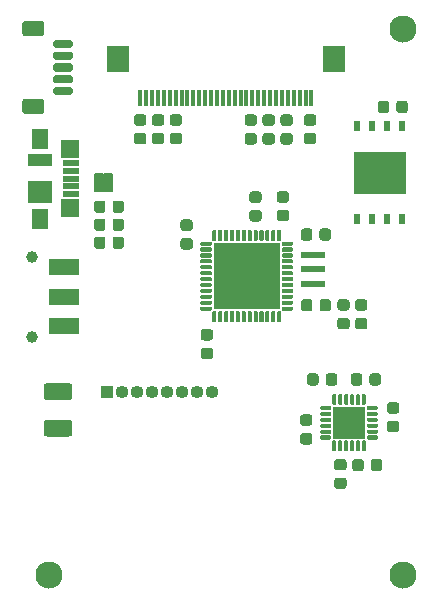
<source format=gbr>
%TF.GenerationSoftware,KiCad,Pcbnew,(5.1.6)-1*%
%TF.CreationDate,2020-07-04T15:59:09+08:00*%
%TF.ProjectId,24RF_Remote_Control,32345246-5f52-4656-9d6f-74655f436f6e,rev?*%
%TF.SameCoordinates,Original*%
%TF.FileFunction,Soldermask,Bot*%
%TF.FilePolarity,Negative*%
%FSLAX46Y46*%
G04 Gerber Fmt 4.6, Leading zero omitted, Abs format (unit mm)*
G04 Created by KiCad (PCBNEW (5.1.6)-1) date 2020-07-04 15:59:09*
%MOMM*%
%LPD*%
G01*
G04 APERTURE LIST*
%ADD10C,0.152400*%
%ADD11R,5.700000X5.700000*%
%ADD12R,4.443400X3.554400*%
%ADD13R,0.481000X0.963600*%
%ADD14C,2.300000*%
%ADD15R,1.900000X2.300000*%
%ADD16R,0.400000X1.400000*%
%ADD17R,1.480000X0.550000*%
%ADD18R,1.650000X1.525000*%
%ADD19R,1.400000X1.750000*%
%ADD20R,2.000000X1.900000*%
%ADD21R,2.000000X1.100000*%
%ADD22O,1.100000X1.100000*%
%ADD23R,1.100000X1.100000*%
%ADD24R,2.600000X1.350000*%
%ADD25C,1.000000*%
%ADD26R,2.800000X2.800000*%
%ADD27R,2.000000X0.500000*%
%ADD28R,0.620000X0.400000*%
%ADD29R,0.650000X0.400000*%
G04 APERTURE END LIST*
D10*
%TO.C,U3*%
X134804779Y-81905341D02*
X134804779Y-81465339D01*
X134804779Y-81465339D02*
X135464780Y-81465339D01*
X135464780Y-81465339D02*
X135464780Y-81905341D01*
X135464780Y-81905341D02*
X134804779Y-81905341D01*
X134804779Y-81405340D02*
X134804779Y-80965340D01*
X134804779Y-80965340D02*
X135464780Y-80965340D01*
X135464780Y-80965340D02*
X135464780Y-81405340D01*
X135464780Y-81405340D02*
X134804779Y-81405340D01*
X134804779Y-80905341D02*
X134804779Y-80465339D01*
X134804779Y-80465339D02*
X135464780Y-80465339D01*
X135464780Y-80465339D02*
X135464780Y-80905341D01*
X135464780Y-80905341D02*
X134804779Y-80905341D01*
X135544780Y-80905341D02*
X135544780Y-80465339D01*
X135544780Y-80465339D02*
X136204781Y-80465339D01*
X136204781Y-80465339D02*
X136204781Y-80905341D01*
X136204781Y-80905341D02*
X135544780Y-80905341D01*
X135544780Y-81405340D02*
X135544780Y-80965340D01*
X135544780Y-80965340D02*
X136204781Y-80965340D01*
X136204781Y-80965340D02*
X136204781Y-81405340D01*
X136204781Y-81405340D02*
X135544780Y-81405340D01*
X135544780Y-81905341D02*
X135544780Y-81465339D01*
X135544780Y-81465339D02*
X136204781Y-81465339D01*
X136204781Y-81465339D02*
X136204781Y-81905341D01*
X136204781Y-81905341D02*
X135544780Y-81905341D01*
%TD*%
D11*
%TO.C,U4*%
X147641200Y-89154200D03*
G36*
G01*
X150566200Y-85316700D02*
X150566200Y-86116700D01*
G75*
G02*
X150478700Y-86204200I-87500J0D01*
G01*
X150303700Y-86204200D01*
G75*
G02*
X150216200Y-86116700I0J87500D01*
G01*
X150216200Y-85316700D01*
G75*
G02*
X150303700Y-85229200I87500J0D01*
G01*
X150478700Y-85229200D01*
G75*
G02*
X150566200Y-85316700I0J-87500D01*
G01*
G37*
G36*
G01*
X150066200Y-85316700D02*
X150066200Y-86116700D01*
G75*
G02*
X149978700Y-86204200I-87500J0D01*
G01*
X149803700Y-86204200D01*
G75*
G02*
X149716200Y-86116700I0J87500D01*
G01*
X149716200Y-85316700D01*
G75*
G02*
X149803700Y-85229200I87500J0D01*
G01*
X149978700Y-85229200D01*
G75*
G02*
X150066200Y-85316700I0J-87500D01*
G01*
G37*
G36*
G01*
X149566200Y-85316700D02*
X149566200Y-86116700D01*
G75*
G02*
X149478700Y-86204200I-87500J0D01*
G01*
X149303700Y-86204200D01*
G75*
G02*
X149216200Y-86116700I0J87500D01*
G01*
X149216200Y-85316700D01*
G75*
G02*
X149303700Y-85229200I87500J0D01*
G01*
X149478700Y-85229200D01*
G75*
G02*
X149566200Y-85316700I0J-87500D01*
G01*
G37*
G36*
G01*
X149066200Y-85316700D02*
X149066200Y-86116700D01*
G75*
G02*
X148978700Y-86204200I-87500J0D01*
G01*
X148803700Y-86204200D01*
G75*
G02*
X148716200Y-86116700I0J87500D01*
G01*
X148716200Y-85316700D01*
G75*
G02*
X148803700Y-85229200I87500J0D01*
G01*
X148978700Y-85229200D01*
G75*
G02*
X149066200Y-85316700I0J-87500D01*
G01*
G37*
G36*
G01*
X148566200Y-85316700D02*
X148566200Y-86116700D01*
G75*
G02*
X148478700Y-86204200I-87500J0D01*
G01*
X148303700Y-86204200D01*
G75*
G02*
X148216200Y-86116700I0J87500D01*
G01*
X148216200Y-85316700D01*
G75*
G02*
X148303700Y-85229200I87500J0D01*
G01*
X148478700Y-85229200D01*
G75*
G02*
X148566200Y-85316700I0J-87500D01*
G01*
G37*
G36*
G01*
X148066200Y-85316700D02*
X148066200Y-86116700D01*
G75*
G02*
X147978700Y-86204200I-87500J0D01*
G01*
X147803700Y-86204200D01*
G75*
G02*
X147716200Y-86116700I0J87500D01*
G01*
X147716200Y-85316700D01*
G75*
G02*
X147803700Y-85229200I87500J0D01*
G01*
X147978700Y-85229200D01*
G75*
G02*
X148066200Y-85316700I0J-87500D01*
G01*
G37*
G36*
G01*
X147566200Y-85316700D02*
X147566200Y-86116700D01*
G75*
G02*
X147478700Y-86204200I-87500J0D01*
G01*
X147303700Y-86204200D01*
G75*
G02*
X147216200Y-86116700I0J87500D01*
G01*
X147216200Y-85316700D01*
G75*
G02*
X147303700Y-85229200I87500J0D01*
G01*
X147478700Y-85229200D01*
G75*
G02*
X147566200Y-85316700I0J-87500D01*
G01*
G37*
G36*
G01*
X147066200Y-85316700D02*
X147066200Y-86116700D01*
G75*
G02*
X146978700Y-86204200I-87500J0D01*
G01*
X146803700Y-86204200D01*
G75*
G02*
X146716200Y-86116700I0J87500D01*
G01*
X146716200Y-85316700D01*
G75*
G02*
X146803700Y-85229200I87500J0D01*
G01*
X146978700Y-85229200D01*
G75*
G02*
X147066200Y-85316700I0J-87500D01*
G01*
G37*
G36*
G01*
X146566200Y-85316700D02*
X146566200Y-86116700D01*
G75*
G02*
X146478700Y-86204200I-87500J0D01*
G01*
X146303700Y-86204200D01*
G75*
G02*
X146216200Y-86116700I0J87500D01*
G01*
X146216200Y-85316700D01*
G75*
G02*
X146303700Y-85229200I87500J0D01*
G01*
X146478700Y-85229200D01*
G75*
G02*
X146566200Y-85316700I0J-87500D01*
G01*
G37*
G36*
G01*
X146066200Y-85316700D02*
X146066200Y-86116700D01*
G75*
G02*
X145978700Y-86204200I-87500J0D01*
G01*
X145803700Y-86204200D01*
G75*
G02*
X145716200Y-86116700I0J87500D01*
G01*
X145716200Y-85316700D01*
G75*
G02*
X145803700Y-85229200I87500J0D01*
G01*
X145978700Y-85229200D01*
G75*
G02*
X146066200Y-85316700I0J-87500D01*
G01*
G37*
G36*
G01*
X145566200Y-85316700D02*
X145566200Y-86116700D01*
G75*
G02*
X145478700Y-86204200I-87500J0D01*
G01*
X145303700Y-86204200D01*
G75*
G02*
X145216200Y-86116700I0J87500D01*
G01*
X145216200Y-85316700D01*
G75*
G02*
X145303700Y-85229200I87500J0D01*
G01*
X145478700Y-85229200D01*
G75*
G02*
X145566200Y-85316700I0J-87500D01*
G01*
G37*
G36*
G01*
X145066200Y-85316700D02*
X145066200Y-86116700D01*
G75*
G02*
X144978700Y-86204200I-87500J0D01*
G01*
X144803700Y-86204200D01*
G75*
G02*
X144716200Y-86116700I0J87500D01*
G01*
X144716200Y-85316700D01*
G75*
G02*
X144803700Y-85229200I87500J0D01*
G01*
X144978700Y-85229200D01*
G75*
G02*
X145066200Y-85316700I0J-87500D01*
G01*
G37*
G36*
G01*
X144691200Y-86316700D02*
X144691200Y-86491700D01*
G75*
G02*
X144603700Y-86579200I-87500J0D01*
G01*
X143803700Y-86579200D01*
G75*
G02*
X143716200Y-86491700I0J87500D01*
G01*
X143716200Y-86316700D01*
G75*
G02*
X143803700Y-86229200I87500J0D01*
G01*
X144603700Y-86229200D01*
G75*
G02*
X144691200Y-86316700I0J-87500D01*
G01*
G37*
G36*
G01*
X144691200Y-86816700D02*
X144691200Y-86991700D01*
G75*
G02*
X144603700Y-87079200I-87500J0D01*
G01*
X143803700Y-87079200D01*
G75*
G02*
X143716200Y-86991700I0J87500D01*
G01*
X143716200Y-86816700D01*
G75*
G02*
X143803700Y-86729200I87500J0D01*
G01*
X144603700Y-86729200D01*
G75*
G02*
X144691200Y-86816700I0J-87500D01*
G01*
G37*
G36*
G01*
X144691200Y-87316700D02*
X144691200Y-87491700D01*
G75*
G02*
X144603700Y-87579200I-87500J0D01*
G01*
X143803700Y-87579200D01*
G75*
G02*
X143716200Y-87491700I0J87500D01*
G01*
X143716200Y-87316700D01*
G75*
G02*
X143803700Y-87229200I87500J0D01*
G01*
X144603700Y-87229200D01*
G75*
G02*
X144691200Y-87316700I0J-87500D01*
G01*
G37*
G36*
G01*
X144691200Y-87816700D02*
X144691200Y-87991700D01*
G75*
G02*
X144603700Y-88079200I-87500J0D01*
G01*
X143803700Y-88079200D01*
G75*
G02*
X143716200Y-87991700I0J87500D01*
G01*
X143716200Y-87816700D01*
G75*
G02*
X143803700Y-87729200I87500J0D01*
G01*
X144603700Y-87729200D01*
G75*
G02*
X144691200Y-87816700I0J-87500D01*
G01*
G37*
G36*
G01*
X144691200Y-88316700D02*
X144691200Y-88491700D01*
G75*
G02*
X144603700Y-88579200I-87500J0D01*
G01*
X143803700Y-88579200D01*
G75*
G02*
X143716200Y-88491700I0J87500D01*
G01*
X143716200Y-88316700D01*
G75*
G02*
X143803700Y-88229200I87500J0D01*
G01*
X144603700Y-88229200D01*
G75*
G02*
X144691200Y-88316700I0J-87500D01*
G01*
G37*
G36*
G01*
X144691200Y-88816700D02*
X144691200Y-88991700D01*
G75*
G02*
X144603700Y-89079200I-87500J0D01*
G01*
X143803700Y-89079200D01*
G75*
G02*
X143716200Y-88991700I0J87500D01*
G01*
X143716200Y-88816700D01*
G75*
G02*
X143803700Y-88729200I87500J0D01*
G01*
X144603700Y-88729200D01*
G75*
G02*
X144691200Y-88816700I0J-87500D01*
G01*
G37*
G36*
G01*
X144691200Y-89316700D02*
X144691200Y-89491700D01*
G75*
G02*
X144603700Y-89579200I-87500J0D01*
G01*
X143803700Y-89579200D01*
G75*
G02*
X143716200Y-89491700I0J87500D01*
G01*
X143716200Y-89316700D01*
G75*
G02*
X143803700Y-89229200I87500J0D01*
G01*
X144603700Y-89229200D01*
G75*
G02*
X144691200Y-89316700I0J-87500D01*
G01*
G37*
G36*
G01*
X144691200Y-89816700D02*
X144691200Y-89991700D01*
G75*
G02*
X144603700Y-90079200I-87500J0D01*
G01*
X143803700Y-90079200D01*
G75*
G02*
X143716200Y-89991700I0J87500D01*
G01*
X143716200Y-89816700D01*
G75*
G02*
X143803700Y-89729200I87500J0D01*
G01*
X144603700Y-89729200D01*
G75*
G02*
X144691200Y-89816700I0J-87500D01*
G01*
G37*
G36*
G01*
X144691200Y-90316700D02*
X144691200Y-90491700D01*
G75*
G02*
X144603700Y-90579200I-87500J0D01*
G01*
X143803700Y-90579200D01*
G75*
G02*
X143716200Y-90491700I0J87500D01*
G01*
X143716200Y-90316700D01*
G75*
G02*
X143803700Y-90229200I87500J0D01*
G01*
X144603700Y-90229200D01*
G75*
G02*
X144691200Y-90316700I0J-87500D01*
G01*
G37*
G36*
G01*
X144691200Y-90816700D02*
X144691200Y-90991700D01*
G75*
G02*
X144603700Y-91079200I-87500J0D01*
G01*
X143803700Y-91079200D01*
G75*
G02*
X143716200Y-90991700I0J87500D01*
G01*
X143716200Y-90816700D01*
G75*
G02*
X143803700Y-90729200I87500J0D01*
G01*
X144603700Y-90729200D01*
G75*
G02*
X144691200Y-90816700I0J-87500D01*
G01*
G37*
G36*
G01*
X144691200Y-91316700D02*
X144691200Y-91491700D01*
G75*
G02*
X144603700Y-91579200I-87500J0D01*
G01*
X143803700Y-91579200D01*
G75*
G02*
X143716200Y-91491700I0J87500D01*
G01*
X143716200Y-91316700D01*
G75*
G02*
X143803700Y-91229200I87500J0D01*
G01*
X144603700Y-91229200D01*
G75*
G02*
X144691200Y-91316700I0J-87500D01*
G01*
G37*
G36*
G01*
X144691200Y-91816700D02*
X144691200Y-91991700D01*
G75*
G02*
X144603700Y-92079200I-87500J0D01*
G01*
X143803700Y-92079200D01*
G75*
G02*
X143716200Y-91991700I0J87500D01*
G01*
X143716200Y-91816700D01*
G75*
G02*
X143803700Y-91729200I87500J0D01*
G01*
X144603700Y-91729200D01*
G75*
G02*
X144691200Y-91816700I0J-87500D01*
G01*
G37*
G36*
G01*
X145066200Y-92191700D02*
X145066200Y-92991700D01*
G75*
G02*
X144978700Y-93079200I-87500J0D01*
G01*
X144803700Y-93079200D01*
G75*
G02*
X144716200Y-92991700I0J87500D01*
G01*
X144716200Y-92191700D01*
G75*
G02*
X144803700Y-92104200I87500J0D01*
G01*
X144978700Y-92104200D01*
G75*
G02*
X145066200Y-92191700I0J-87500D01*
G01*
G37*
G36*
G01*
X145566200Y-92191700D02*
X145566200Y-92991700D01*
G75*
G02*
X145478700Y-93079200I-87500J0D01*
G01*
X145303700Y-93079200D01*
G75*
G02*
X145216200Y-92991700I0J87500D01*
G01*
X145216200Y-92191700D01*
G75*
G02*
X145303700Y-92104200I87500J0D01*
G01*
X145478700Y-92104200D01*
G75*
G02*
X145566200Y-92191700I0J-87500D01*
G01*
G37*
G36*
G01*
X146066200Y-92191700D02*
X146066200Y-92991700D01*
G75*
G02*
X145978700Y-93079200I-87500J0D01*
G01*
X145803700Y-93079200D01*
G75*
G02*
X145716200Y-92991700I0J87500D01*
G01*
X145716200Y-92191700D01*
G75*
G02*
X145803700Y-92104200I87500J0D01*
G01*
X145978700Y-92104200D01*
G75*
G02*
X146066200Y-92191700I0J-87500D01*
G01*
G37*
G36*
G01*
X146566200Y-92191700D02*
X146566200Y-92991700D01*
G75*
G02*
X146478700Y-93079200I-87500J0D01*
G01*
X146303700Y-93079200D01*
G75*
G02*
X146216200Y-92991700I0J87500D01*
G01*
X146216200Y-92191700D01*
G75*
G02*
X146303700Y-92104200I87500J0D01*
G01*
X146478700Y-92104200D01*
G75*
G02*
X146566200Y-92191700I0J-87500D01*
G01*
G37*
G36*
G01*
X147066200Y-92191700D02*
X147066200Y-92991700D01*
G75*
G02*
X146978700Y-93079200I-87500J0D01*
G01*
X146803700Y-93079200D01*
G75*
G02*
X146716200Y-92991700I0J87500D01*
G01*
X146716200Y-92191700D01*
G75*
G02*
X146803700Y-92104200I87500J0D01*
G01*
X146978700Y-92104200D01*
G75*
G02*
X147066200Y-92191700I0J-87500D01*
G01*
G37*
G36*
G01*
X147566200Y-92191700D02*
X147566200Y-92991700D01*
G75*
G02*
X147478700Y-93079200I-87500J0D01*
G01*
X147303700Y-93079200D01*
G75*
G02*
X147216200Y-92991700I0J87500D01*
G01*
X147216200Y-92191700D01*
G75*
G02*
X147303700Y-92104200I87500J0D01*
G01*
X147478700Y-92104200D01*
G75*
G02*
X147566200Y-92191700I0J-87500D01*
G01*
G37*
G36*
G01*
X148066200Y-92191700D02*
X148066200Y-92991700D01*
G75*
G02*
X147978700Y-93079200I-87500J0D01*
G01*
X147803700Y-93079200D01*
G75*
G02*
X147716200Y-92991700I0J87500D01*
G01*
X147716200Y-92191700D01*
G75*
G02*
X147803700Y-92104200I87500J0D01*
G01*
X147978700Y-92104200D01*
G75*
G02*
X148066200Y-92191700I0J-87500D01*
G01*
G37*
G36*
G01*
X148566200Y-92191700D02*
X148566200Y-92991700D01*
G75*
G02*
X148478700Y-93079200I-87500J0D01*
G01*
X148303700Y-93079200D01*
G75*
G02*
X148216200Y-92991700I0J87500D01*
G01*
X148216200Y-92191700D01*
G75*
G02*
X148303700Y-92104200I87500J0D01*
G01*
X148478700Y-92104200D01*
G75*
G02*
X148566200Y-92191700I0J-87500D01*
G01*
G37*
G36*
G01*
X149066200Y-92191700D02*
X149066200Y-92991700D01*
G75*
G02*
X148978700Y-93079200I-87500J0D01*
G01*
X148803700Y-93079200D01*
G75*
G02*
X148716200Y-92991700I0J87500D01*
G01*
X148716200Y-92191700D01*
G75*
G02*
X148803700Y-92104200I87500J0D01*
G01*
X148978700Y-92104200D01*
G75*
G02*
X149066200Y-92191700I0J-87500D01*
G01*
G37*
G36*
G01*
X149566200Y-92191700D02*
X149566200Y-92991700D01*
G75*
G02*
X149478700Y-93079200I-87500J0D01*
G01*
X149303700Y-93079200D01*
G75*
G02*
X149216200Y-92991700I0J87500D01*
G01*
X149216200Y-92191700D01*
G75*
G02*
X149303700Y-92104200I87500J0D01*
G01*
X149478700Y-92104200D01*
G75*
G02*
X149566200Y-92191700I0J-87500D01*
G01*
G37*
G36*
G01*
X150066200Y-92191700D02*
X150066200Y-92991700D01*
G75*
G02*
X149978700Y-93079200I-87500J0D01*
G01*
X149803700Y-93079200D01*
G75*
G02*
X149716200Y-92991700I0J87500D01*
G01*
X149716200Y-92191700D01*
G75*
G02*
X149803700Y-92104200I87500J0D01*
G01*
X149978700Y-92104200D01*
G75*
G02*
X150066200Y-92191700I0J-87500D01*
G01*
G37*
G36*
G01*
X150566200Y-92191700D02*
X150566200Y-92991700D01*
G75*
G02*
X150478700Y-93079200I-87500J0D01*
G01*
X150303700Y-93079200D01*
G75*
G02*
X150216200Y-92991700I0J87500D01*
G01*
X150216200Y-92191700D01*
G75*
G02*
X150303700Y-92104200I87500J0D01*
G01*
X150478700Y-92104200D01*
G75*
G02*
X150566200Y-92191700I0J-87500D01*
G01*
G37*
G36*
G01*
X151566200Y-91816700D02*
X151566200Y-91991700D01*
G75*
G02*
X151478700Y-92079200I-87500J0D01*
G01*
X150678700Y-92079200D01*
G75*
G02*
X150591200Y-91991700I0J87500D01*
G01*
X150591200Y-91816700D01*
G75*
G02*
X150678700Y-91729200I87500J0D01*
G01*
X151478700Y-91729200D01*
G75*
G02*
X151566200Y-91816700I0J-87500D01*
G01*
G37*
G36*
G01*
X151566200Y-91316700D02*
X151566200Y-91491700D01*
G75*
G02*
X151478700Y-91579200I-87500J0D01*
G01*
X150678700Y-91579200D01*
G75*
G02*
X150591200Y-91491700I0J87500D01*
G01*
X150591200Y-91316700D01*
G75*
G02*
X150678700Y-91229200I87500J0D01*
G01*
X151478700Y-91229200D01*
G75*
G02*
X151566200Y-91316700I0J-87500D01*
G01*
G37*
G36*
G01*
X151566200Y-90816700D02*
X151566200Y-90991700D01*
G75*
G02*
X151478700Y-91079200I-87500J0D01*
G01*
X150678700Y-91079200D01*
G75*
G02*
X150591200Y-90991700I0J87500D01*
G01*
X150591200Y-90816700D01*
G75*
G02*
X150678700Y-90729200I87500J0D01*
G01*
X151478700Y-90729200D01*
G75*
G02*
X151566200Y-90816700I0J-87500D01*
G01*
G37*
G36*
G01*
X151566200Y-90316700D02*
X151566200Y-90491700D01*
G75*
G02*
X151478700Y-90579200I-87500J0D01*
G01*
X150678700Y-90579200D01*
G75*
G02*
X150591200Y-90491700I0J87500D01*
G01*
X150591200Y-90316700D01*
G75*
G02*
X150678700Y-90229200I87500J0D01*
G01*
X151478700Y-90229200D01*
G75*
G02*
X151566200Y-90316700I0J-87500D01*
G01*
G37*
G36*
G01*
X151566200Y-89816700D02*
X151566200Y-89991700D01*
G75*
G02*
X151478700Y-90079200I-87500J0D01*
G01*
X150678700Y-90079200D01*
G75*
G02*
X150591200Y-89991700I0J87500D01*
G01*
X150591200Y-89816700D01*
G75*
G02*
X150678700Y-89729200I87500J0D01*
G01*
X151478700Y-89729200D01*
G75*
G02*
X151566200Y-89816700I0J-87500D01*
G01*
G37*
G36*
G01*
X151566200Y-89316700D02*
X151566200Y-89491700D01*
G75*
G02*
X151478700Y-89579200I-87500J0D01*
G01*
X150678700Y-89579200D01*
G75*
G02*
X150591200Y-89491700I0J87500D01*
G01*
X150591200Y-89316700D01*
G75*
G02*
X150678700Y-89229200I87500J0D01*
G01*
X151478700Y-89229200D01*
G75*
G02*
X151566200Y-89316700I0J-87500D01*
G01*
G37*
G36*
G01*
X151566200Y-88816700D02*
X151566200Y-88991700D01*
G75*
G02*
X151478700Y-89079200I-87500J0D01*
G01*
X150678700Y-89079200D01*
G75*
G02*
X150591200Y-88991700I0J87500D01*
G01*
X150591200Y-88816700D01*
G75*
G02*
X150678700Y-88729200I87500J0D01*
G01*
X151478700Y-88729200D01*
G75*
G02*
X151566200Y-88816700I0J-87500D01*
G01*
G37*
G36*
G01*
X151566200Y-88316700D02*
X151566200Y-88491700D01*
G75*
G02*
X151478700Y-88579200I-87500J0D01*
G01*
X150678700Y-88579200D01*
G75*
G02*
X150591200Y-88491700I0J87500D01*
G01*
X150591200Y-88316700D01*
G75*
G02*
X150678700Y-88229200I87500J0D01*
G01*
X151478700Y-88229200D01*
G75*
G02*
X151566200Y-88316700I0J-87500D01*
G01*
G37*
G36*
G01*
X151566200Y-87816700D02*
X151566200Y-87991700D01*
G75*
G02*
X151478700Y-88079200I-87500J0D01*
G01*
X150678700Y-88079200D01*
G75*
G02*
X150591200Y-87991700I0J87500D01*
G01*
X150591200Y-87816700D01*
G75*
G02*
X150678700Y-87729200I87500J0D01*
G01*
X151478700Y-87729200D01*
G75*
G02*
X151566200Y-87816700I0J-87500D01*
G01*
G37*
G36*
G01*
X151566200Y-87316700D02*
X151566200Y-87491700D01*
G75*
G02*
X151478700Y-87579200I-87500J0D01*
G01*
X150678700Y-87579200D01*
G75*
G02*
X150591200Y-87491700I0J87500D01*
G01*
X150591200Y-87316700D01*
G75*
G02*
X150678700Y-87229200I87500J0D01*
G01*
X151478700Y-87229200D01*
G75*
G02*
X151566200Y-87316700I0J-87500D01*
G01*
G37*
G36*
G01*
X151566200Y-86816700D02*
X151566200Y-86991700D01*
G75*
G02*
X151478700Y-87079200I-87500J0D01*
G01*
X150678700Y-87079200D01*
G75*
G02*
X150591200Y-86991700I0J87500D01*
G01*
X150591200Y-86816700D01*
G75*
G02*
X150678700Y-86729200I87500J0D01*
G01*
X151478700Y-86729200D01*
G75*
G02*
X151566200Y-86816700I0J-87500D01*
G01*
G37*
G36*
G01*
X151566200Y-86316700D02*
X151566200Y-86491700D01*
G75*
G02*
X151478700Y-86579200I-87500J0D01*
G01*
X150678700Y-86579200D01*
G75*
G02*
X150591200Y-86491700I0J87500D01*
G01*
X150591200Y-86316700D01*
G75*
G02*
X150678700Y-86229200I87500J0D01*
G01*
X151478700Y-86229200D01*
G75*
G02*
X151566200Y-86316700I0J-87500D01*
G01*
G37*
%TD*%
D12*
%TO.C,U7*%
X158888020Y-80390320D03*
D13*
X160793020Y-76466020D03*
X159523020Y-76466020D03*
X158253020Y-76466020D03*
X156983020Y-76466020D03*
X156983020Y-84314620D03*
X158253020Y-84314620D03*
X159523020Y-84314620D03*
X160793020Y-84314620D03*
%TD*%
D14*
%TO.C,REF\u002A\u002A*%
X160844240Y-114462240D03*
%TD*%
%TO.C,REF\u002A\u002A*%
X160843820Y-68251760D03*
%TD*%
%TO.C,REF\u002A\u002A*%
X130891760Y-114462240D03*
%TD*%
D15*
%TO.C,J4*%
X155018000Y-70789040D03*
X136718000Y-70789040D03*
D16*
X138618000Y-74039040D03*
X139118000Y-74039040D03*
X139618000Y-74039040D03*
X140118000Y-74039040D03*
X140618000Y-74039040D03*
X141118000Y-74039040D03*
X141618000Y-74039040D03*
X142118000Y-74039040D03*
X142618000Y-74039040D03*
X143118000Y-74039040D03*
X143618000Y-74039040D03*
X144118000Y-74039040D03*
X144618000Y-74039040D03*
X145118000Y-74039040D03*
X145618000Y-74039040D03*
X146118000Y-74039040D03*
X146618000Y-74039040D03*
X147118000Y-74039040D03*
X147618000Y-74039040D03*
X148118000Y-74039040D03*
X148618000Y-74039040D03*
X149118000Y-74039040D03*
X149618000Y-74039040D03*
X150118000Y-74039040D03*
X150618000Y-74039040D03*
X151118000Y-74039040D03*
X151618000Y-74039040D03*
X152118000Y-74039040D03*
X152618000Y-74039040D03*
X153118000Y-74039040D03*
%TD*%
%TO.C,C7*%
G36*
G01*
X155301460Y-97622370D02*
X155301460Y-98184870D01*
G75*
G02*
X155057710Y-98428620I-243750J0D01*
G01*
X154570210Y-98428620D01*
G75*
G02*
X154326460Y-98184870I0J243750D01*
G01*
X154326460Y-97622370D01*
G75*
G02*
X154570210Y-97378620I243750J0D01*
G01*
X155057710Y-97378620D01*
G75*
G02*
X155301460Y-97622370I0J-243750D01*
G01*
G37*
G36*
G01*
X153726460Y-97622370D02*
X153726460Y-98184870D01*
G75*
G02*
X153482710Y-98428620I-243750J0D01*
G01*
X152995210Y-98428620D01*
G75*
G02*
X152751460Y-98184870I0J243750D01*
G01*
X152751460Y-97622370D01*
G75*
G02*
X152995210Y-97378620I243750J0D01*
G01*
X153482710Y-97378620D01*
G75*
G02*
X153726460Y-97622370I0J-243750D01*
G01*
G37*
%TD*%
%TO.C,C8*%
G36*
G01*
X156449700Y-98177250D02*
X156449700Y-97614750D01*
G75*
G02*
X156693450Y-97371000I243750J0D01*
G01*
X157180950Y-97371000D01*
G75*
G02*
X157424700Y-97614750I0J-243750D01*
G01*
X157424700Y-98177250D01*
G75*
G02*
X157180950Y-98421000I-243750J0D01*
G01*
X156693450Y-98421000D01*
G75*
G02*
X156449700Y-98177250I0J243750D01*
G01*
G37*
G36*
G01*
X158024700Y-98177250D02*
X158024700Y-97614750D01*
G75*
G02*
X158268450Y-97371000I243750J0D01*
G01*
X158755950Y-97371000D01*
G75*
G02*
X158999700Y-97614750I0J-243750D01*
G01*
X158999700Y-98177250D01*
G75*
G02*
X158755950Y-98421000I-243750J0D01*
G01*
X158268450Y-98421000D01*
G75*
G02*
X158024700Y-98177250I0J243750D01*
G01*
G37*
%TD*%
%TO.C,C9*%
G36*
G01*
X158139400Y-105438930D02*
X158139400Y-104876430D01*
G75*
G02*
X158383150Y-104632680I243750J0D01*
G01*
X158870650Y-104632680D01*
G75*
G02*
X159114400Y-104876430I0J-243750D01*
G01*
X159114400Y-105438930D01*
G75*
G02*
X158870650Y-105682680I-243750J0D01*
G01*
X158383150Y-105682680D01*
G75*
G02*
X158139400Y-105438930I0J243750D01*
G01*
G37*
G36*
G01*
X156564400Y-105438930D02*
X156564400Y-104876430D01*
G75*
G02*
X156808150Y-104632680I243750J0D01*
G01*
X157295650Y-104632680D01*
G75*
G02*
X157539400Y-104876430I0J-243750D01*
G01*
X157539400Y-105438930D01*
G75*
G02*
X157295650Y-105682680I-243750J0D01*
G01*
X156808150Y-105682680D01*
G75*
G02*
X156564400Y-105438930I0J243750D01*
G01*
G37*
%TD*%
%TO.C,C10*%
G36*
G01*
X161277940Y-74549910D02*
X161277940Y-75112410D01*
G75*
G02*
X161034190Y-75356160I-243750J0D01*
G01*
X160546690Y-75356160D01*
G75*
G02*
X160302940Y-75112410I0J243750D01*
G01*
X160302940Y-74549910D01*
G75*
G02*
X160546690Y-74306160I243750J0D01*
G01*
X161034190Y-74306160D01*
G75*
G02*
X161277940Y-74549910I0J-243750D01*
G01*
G37*
G36*
G01*
X159702940Y-74549910D02*
X159702940Y-75112410D01*
G75*
G02*
X159459190Y-75356160I-243750J0D01*
G01*
X158971690Y-75356160D01*
G75*
G02*
X158727940Y-75112410I0J243750D01*
G01*
X158727940Y-74549910D01*
G75*
G02*
X158971690Y-74306160I243750J0D01*
G01*
X159459190Y-74306160D01*
G75*
G02*
X159702940Y-74549910I0J-243750D01*
G01*
G37*
%TD*%
%TO.C,C11*%
G36*
G01*
X160314810Y-102376480D02*
X159752310Y-102376480D01*
G75*
G02*
X159508560Y-102132730I0J243750D01*
G01*
X159508560Y-101645230D01*
G75*
G02*
X159752310Y-101401480I243750J0D01*
G01*
X160314810Y-101401480D01*
G75*
G02*
X160558560Y-101645230I0J-243750D01*
G01*
X160558560Y-102132730D01*
G75*
G02*
X160314810Y-102376480I-243750J0D01*
G01*
G37*
G36*
G01*
X160314810Y-100801480D02*
X159752310Y-100801480D01*
G75*
G02*
X159508560Y-100557730I0J243750D01*
G01*
X159508560Y-100070230D01*
G75*
G02*
X159752310Y-99826480I243750J0D01*
G01*
X160314810Y-99826480D01*
G75*
G02*
X160558560Y-100070230I0J-243750D01*
G01*
X160558560Y-100557730D01*
G75*
G02*
X160314810Y-100801480I-243750J0D01*
G01*
G37*
%TD*%
%TO.C,C12*%
G36*
G01*
X149218450Y-75459600D02*
X149780950Y-75459600D01*
G75*
G02*
X150024700Y-75703350I0J-243750D01*
G01*
X150024700Y-76190850D01*
G75*
G02*
X149780950Y-76434600I-243750J0D01*
G01*
X149218450Y-76434600D01*
G75*
G02*
X148974700Y-76190850I0J243750D01*
G01*
X148974700Y-75703350D01*
G75*
G02*
X149218450Y-75459600I243750J0D01*
G01*
G37*
G36*
G01*
X149218450Y-77034600D02*
X149780950Y-77034600D01*
G75*
G02*
X150024700Y-77278350I0J-243750D01*
G01*
X150024700Y-77765850D01*
G75*
G02*
X149780950Y-78009600I-243750J0D01*
G01*
X149218450Y-78009600D01*
G75*
G02*
X148974700Y-77765850I0J243750D01*
G01*
X148974700Y-77278350D01*
G75*
G02*
X149218450Y-77034600I243750J0D01*
G01*
G37*
%TD*%
%TO.C,C13*%
G36*
G01*
X151294410Y-76434600D02*
X150731910Y-76434600D01*
G75*
G02*
X150488160Y-76190850I0J243750D01*
G01*
X150488160Y-75703350D01*
G75*
G02*
X150731910Y-75459600I243750J0D01*
G01*
X151294410Y-75459600D01*
G75*
G02*
X151538160Y-75703350I0J-243750D01*
G01*
X151538160Y-76190850D01*
G75*
G02*
X151294410Y-76434600I-243750J0D01*
G01*
G37*
G36*
G01*
X151294410Y-78009600D02*
X150731910Y-78009600D01*
G75*
G02*
X150488160Y-77765850I0J243750D01*
G01*
X150488160Y-77278350D01*
G75*
G02*
X150731910Y-77034600I243750J0D01*
G01*
X151294410Y-77034600D01*
G75*
G02*
X151538160Y-77278350I0J-243750D01*
G01*
X151538160Y-77765850D01*
G75*
G02*
X151294410Y-78009600I-243750J0D01*
G01*
G37*
%TD*%
%TO.C,C14*%
G36*
G01*
X147704610Y-77034600D02*
X148267110Y-77034600D01*
G75*
G02*
X148510860Y-77278350I0J-243750D01*
G01*
X148510860Y-77765850D01*
G75*
G02*
X148267110Y-78009600I-243750J0D01*
G01*
X147704610Y-78009600D01*
G75*
G02*
X147460860Y-77765850I0J243750D01*
G01*
X147460860Y-77278350D01*
G75*
G02*
X147704610Y-77034600I243750J0D01*
G01*
G37*
G36*
G01*
X147704610Y-75459600D02*
X148267110Y-75459600D01*
G75*
G02*
X148510860Y-75703350I0J-243750D01*
G01*
X148510860Y-76190850D01*
G75*
G02*
X148267110Y-76434600I-243750J0D01*
G01*
X147704610Y-76434600D01*
G75*
G02*
X147460860Y-76190850I0J243750D01*
G01*
X147460860Y-75703350D01*
G75*
G02*
X147704610Y-75459600I243750J0D01*
G01*
G37*
%TD*%
%TO.C,C15*%
G36*
G01*
X139848390Y-75451980D02*
X140410890Y-75451980D01*
G75*
G02*
X140654640Y-75695730I0J-243750D01*
G01*
X140654640Y-76183230D01*
G75*
G02*
X140410890Y-76426980I-243750J0D01*
G01*
X139848390Y-76426980D01*
G75*
G02*
X139604640Y-76183230I0J243750D01*
G01*
X139604640Y-75695730D01*
G75*
G02*
X139848390Y-75451980I243750J0D01*
G01*
G37*
G36*
G01*
X139848390Y-77026980D02*
X140410890Y-77026980D01*
G75*
G02*
X140654640Y-77270730I0J-243750D01*
G01*
X140654640Y-77758230D01*
G75*
G02*
X140410890Y-78001980I-243750J0D01*
G01*
X139848390Y-78001980D01*
G75*
G02*
X139604640Y-77758230I0J243750D01*
G01*
X139604640Y-77270730D01*
G75*
G02*
X139848390Y-77026980I243750J0D01*
G01*
G37*
%TD*%
%TO.C,C16*%
G36*
G01*
X138332010Y-77026980D02*
X138894510Y-77026980D01*
G75*
G02*
X139138260Y-77270730I0J-243750D01*
G01*
X139138260Y-77758230D01*
G75*
G02*
X138894510Y-78001980I-243750J0D01*
G01*
X138332010Y-78001980D01*
G75*
G02*
X138088260Y-77758230I0J243750D01*
G01*
X138088260Y-77270730D01*
G75*
G02*
X138332010Y-77026980I243750J0D01*
G01*
G37*
G36*
G01*
X138332010Y-75451980D02*
X138894510Y-75451980D01*
G75*
G02*
X139138260Y-75695730I0J-243750D01*
G01*
X139138260Y-76183230D01*
G75*
G02*
X138894510Y-76426980I-243750J0D01*
G01*
X138332010Y-76426980D01*
G75*
G02*
X138088260Y-76183230I0J243750D01*
G01*
X138088260Y-75695730D01*
G75*
G02*
X138332010Y-75451980I243750J0D01*
G01*
G37*
%TD*%
%TO.C,C17*%
G36*
G01*
X130702047Y-98231720D02*
X132614313Y-98231720D01*
G75*
G02*
X132883180Y-98500587I0J-268867D01*
G01*
X132883180Y-99387853D01*
G75*
G02*
X132614313Y-99656720I-268867J0D01*
G01*
X130702047Y-99656720D01*
G75*
G02*
X130433180Y-99387853I0J268867D01*
G01*
X130433180Y-98500587D01*
G75*
G02*
X130702047Y-98231720I268867J0D01*
G01*
G37*
G36*
G01*
X130702047Y-101306720D02*
X132614313Y-101306720D01*
G75*
G02*
X132883180Y-101575587I0J-268867D01*
G01*
X132883180Y-102462853D01*
G75*
G02*
X132614313Y-102731720I-268867J0D01*
G01*
X130702047Y-102731720D01*
G75*
G02*
X130433180Y-102462853I0J268867D01*
G01*
X130433180Y-101575587D01*
G75*
G02*
X130702047Y-101306720I268867J0D01*
G01*
G37*
%TD*%
%TO.C,C18*%
G36*
G01*
X153284090Y-78007720D02*
X152721590Y-78007720D01*
G75*
G02*
X152477840Y-77763970I0J243750D01*
G01*
X152477840Y-77276470D01*
G75*
G02*
X152721590Y-77032720I243750J0D01*
G01*
X153284090Y-77032720D01*
G75*
G02*
X153527840Y-77276470I0J-243750D01*
G01*
X153527840Y-77763970D01*
G75*
G02*
X153284090Y-78007720I-243750J0D01*
G01*
G37*
G36*
G01*
X153284090Y-76432720D02*
X152721590Y-76432720D01*
G75*
G02*
X152477840Y-76188970I0J243750D01*
G01*
X152477840Y-75701470D01*
G75*
G02*
X152721590Y-75457720I243750J0D01*
G01*
X153284090Y-75457720D01*
G75*
G02*
X153527840Y-75701470I0J-243750D01*
G01*
X153527840Y-76188970D01*
G75*
G02*
X153284090Y-76432720I-243750J0D01*
G01*
G37*
%TD*%
%TO.C,C24*%
G36*
G01*
X155548610Y-92681660D02*
X156111110Y-92681660D01*
G75*
G02*
X156354860Y-92925410I0J-243750D01*
G01*
X156354860Y-93412910D01*
G75*
G02*
X156111110Y-93656660I-243750J0D01*
G01*
X155548610Y-93656660D01*
G75*
G02*
X155304860Y-93412910I0J243750D01*
G01*
X155304860Y-92925410D01*
G75*
G02*
X155548610Y-92681660I243750J0D01*
G01*
G37*
G36*
G01*
X155548610Y-91106660D02*
X156111110Y-91106660D01*
G75*
G02*
X156354860Y-91350410I0J-243750D01*
G01*
X156354860Y-91837910D01*
G75*
G02*
X156111110Y-92081660I-243750J0D01*
G01*
X155548610Y-92081660D01*
G75*
G02*
X155304860Y-91837910I0J243750D01*
G01*
X155304860Y-91350410D01*
G75*
G02*
X155548610Y-91106660I243750J0D01*
G01*
G37*
%TD*%
%TO.C,C27*%
G36*
G01*
X154771740Y-85359250D02*
X154771740Y-85921750D01*
G75*
G02*
X154527990Y-86165500I-243750J0D01*
G01*
X154040490Y-86165500D01*
G75*
G02*
X153796740Y-85921750I0J243750D01*
G01*
X153796740Y-85359250D01*
G75*
G02*
X154040490Y-85115500I243750J0D01*
G01*
X154527990Y-85115500D01*
G75*
G02*
X154771740Y-85359250I0J-243750D01*
G01*
G37*
G36*
G01*
X153196740Y-85359250D02*
X153196740Y-85921750D01*
G75*
G02*
X152952990Y-86165500I-243750J0D01*
G01*
X152465490Y-86165500D01*
G75*
G02*
X152221740Y-85921750I0J243750D01*
G01*
X152221740Y-85359250D01*
G75*
G02*
X152465490Y-85115500I243750J0D01*
G01*
X152952990Y-85115500D01*
G75*
G02*
X153196740Y-85359250I0J-243750D01*
G01*
G37*
%TD*%
%TO.C,C29*%
G36*
G01*
X144551570Y-94606420D02*
X143989070Y-94606420D01*
G75*
G02*
X143745320Y-94362670I0J243750D01*
G01*
X143745320Y-93875170D01*
G75*
G02*
X143989070Y-93631420I243750J0D01*
G01*
X144551570Y-93631420D01*
G75*
G02*
X144795320Y-93875170I0J-243750D01*
G01*
X144795320Y-94362670D01*
G75*
G02*
X144551570Y-94606420I-243750J0D01*
G01*
G37*
G36*
G01*
X144551570Y-96181420D02*
X143989070Y-96181420D01*
G75*
G02*
X143745320Y-95937670I0J243750D01*
G01*
X143745320Y-95450170D01*
G75*
G02*
X143989070Y-95206420I243750J0D01*
G01*
X144551570Y-95206420D01*
G75*
G02*
X144795320Y-95450170I0J-243750D01*
G01*
X144795320Y-95937670D01*
G75*
G02*
X144551570Y-96181420I-243750J0D01*
G01*
G37*
%TD*%
%TO.C,C31*%
G36*
G01*
X142271690Y-84356160D02*
X142834190Y-84356160D01*
G75*
G02*
X143077940Y-84599910I0J-243750D01*
G01*
X143077940Y-85087410D01*
G75*
G02*
X142834190Y-85331160I-243750J0D01*
G01*
X142271690Y-85331160D01*
G75*
G02*
X142027940Y-85087410I0J243750D01*
G01*
X142027940Y-84599910D01*
G75*
G02*
X142271690Y-84356160I243750J0D01*
G01*
G37*
G36*
G01*
X142271690Y-85931160D02*
X142834190Y-85931160D01*
G75*
G02*
X143077940Y-86174910I0J-243750D01*
G01*
X143077940Y-86662410D01*
G75*
G02*
X142834190Y-86906160I-243750J0D01*
G01*
X142271690Y-86906160D01*
G75*
G02*
X142027940Y-86662410I0J243750D01*
G01*
X142027940Y-86174910D01*
G75*
G02*
X142271690Y-85931160I243750J0D01*
G01*
G37*
%TD*%
%TO.C,C32*%
G36*
G01*
X150422890Y-83545280D02*
X150985390Y-83545280D01*
G75*
G02*
X151229140Y-83789030I0J-243750D01*
G01*
X151229140Y-84276530D01*
G75*
G02*
X150985390Y-84520280I-243750J0D01*
G01*
X150422890Y-84520280D01*
G75*
G02*
X150179140Y-84276530I0J243750D01*
G01*
X150179140Y-83789030D01*
G75*
G02*
X150422890Y-83545280I243750J0D01*
G01*
G37*
G36*
G01*
X150422890Y-81970280D02*
X150985390Y-81970280D01*
G75*
G02*
X151229140Y-82214030I0J-243750D01*
G01*
X151229140Y-82701530D01*
G75*
G02*
X150985390Y-82945280I-243750J0D01*
G01*
X150422890Y-82945280D01*
G75*
G02*
X150179140Y-82701530I0J243750D01*
G01*
X150179140Y-82214030D01*
G75*
G02*
X150422890Y-81970280I243750J0D01*
G01*
G37*
%TD*%
%TO.C,C33*%
G36*
G01*
X154781900Y-91341350D02*
X154781900Y-91903850D01*
G75*
G02*
X154538150Y-92147600I-243750J0D01*
G01*
X154050650Y-92147600D01*
G75*
G02*
X153806900Y-91903850I0J243750D01*
G01*
X153806900Y-91341350D01*
G75*
G02*
X154050650Y-91097600I243750J0D01*
G01*
X154538150Y-91097600D01*
G75*
G02*
X154781900Y-91341350I0J-243750D01*
G01*
G37*
G36*
G01*
X153206900Y-91341350D02*
X153206900Y-91903850D01*
G75*
G02*
X152963150Y-92147600I-243750J0D01*
G01*
X152475650Y-92147600D01*
G75*
G02*
X152231900Y-91903850I0J243750D01*
G01*
X152231900Y-91341350D01*
G75*
G02*
X152475650Y-91097600I243750J0D01*
G01*
X152963150Y-91097600D01*
G75*
G02*
X153206900Y-91341350I0J-243750D01*
G01*
G37*
%TD*%
D17*
%TO.C,J1*%
X132789020Y-82203400D03*
X132789020Y-81553400D03*
X132789020Y-80903400D03*
X132789020Y-80253400D03*
X132789020Y-79603400D03*
D18*
X132704020Y-83390900D03*
X132704020Y-78415900D03*
D19*
X130129020Y-84278400D03*
X130129020Y-77528400D03*
D20*
X130129020Y-82053400D03*
D21*
X130129020Y-79353400D03*
%TD*%
%TO.C,J2*%
G36*
G01*
X131435060Y-69140160D02*
X132735060Y-69140160D01*
G75*
G02*
X132910060Y-69315160I0J-175000D01*
G01*
X132910060Y-69665160D01*
G75*
G02*
X132735060Y-69840160I-175000J0D01*
G01*
X131435060Y-69840160D01*
G75*
G02*
X131260060Y-69665160I0J175000D01*
G01*
X131260060Y-69315160D01*
G75*
G02*
X131435060Y-69140160I175000J0D01*
G01*
G37*
G36*
G01*
X131435060Y-70140160D02*
X132735060Y-70140160D01*
G75*
G02*
X132910060Y-70315160I0J-175000D01*
G01*
X132910060Y-70665160D01*
G75*
G02*
X132735060Y-70840160I-175000J0D01*
G01*
X131435060Y-70840160D01*
G75*
G02*
X131260060Y-70665160I0J175000D01*
G01*
X131260060Y-70315160D01*
G75*
G02*
X131435060Y-70140160I175000J0D01*
G01*
G37*
G36*
G01*
X131435060Y-71140160D02*
X132735060Y-71140160D01*
G75*
G02*
X132910060Y-71315160I0J-175000D01*
G01*
X132910060Y-71665160D01*
G75*
G02*
X132735060Y-71840160I-175000J0D01*
G01*
X131435060Y-71840160D01*
G75*
G02*
X131260060Y-71665160I0J175000D01*
G01*
X131260060Y-71315160D01*
G75*
G02*
X131435060Y-71140160I175000J0D01*
G01*
G37*
G36*
G01*
X131435060Y-72140160D02*
X132735060Y-72140160D01*
G75*
G02*
X132910060Y-72315160I0J-175000D01*
G01*
X132910060Y-72665160D01*
G75*
G02*
X132735060Y-72840160I-175000J0D01*
G01*
X131435060Y-72840160D01*
G75*
G02*
X131260060Y-72665160I0J175000D01*
G01*
X131260060Y-72315160D01*
G75*
G02*
X131435060Y-72140160I175000J0D01*
G01*
G37*
G36*
G01*
X131435060Y-73140160D02*
X132735060Y-73140160D01*
G75*
G02*
X132910060Y-73315160I0J-175000D01*
G01*
X132910060Y-73665160D01*
G75*
G02*
X132735060Y-73840160I-175000J0D01*
G01*
X131435060Y-73840160D01*
G75*
G02*
X131260060Y-73665160I0J175000D01*
G01*
X131260060Y-73315160D01*
G75*
G02*
X131435060Y-73140160I175000J0D01*
G01*
G37*
G36*
G01*
X128880892Y-67540160D02*
X130239228Y-67540160D01*
G75*
G02*
X130510060Y-67810992I0J-270832D01*
G01*
X130510060Y-68569328D01*
G75*
G02*
X130239228Y-68840160I-270832J0D01*
G01*
X128880892Y-68840160D01*
G75*
G02*
X128610060Y-68569328I0J270832D01*
G01*
X128610060Y-67810992D01*
G75*
G02*
X128880892Y-67540160I270832J0D01*
G01*
G37*
G36*
G01*
X128880892Y-74140160D02*
X130239228Y-74140160D01*
G75*
G02*
X130510060Y-74410992I0J-270832D01*
G01*
X130510060Y-75169328D01*
G75*
G02*
X130239228Y-75440160I-270832J0D01*
G01*
X128880892Y-75440160D01*
G75*
G02*
X128610060Y-75169328I0J270832D01*
G01*
X128610060Y-74410992D01*
G75*
G02*
X128880892Y-74140160I270832J0D01*
G01*
G37*
%TD*%
D22*
%TO.C,J3*%
X144693460Y-98927240D03*
X143423460Y-98927240D03*
X142153460Y-98927240D03*
X140883460Y-98927240D03*
X139613460Y-98927240D03*
X138343460Y-98927240D03*
X137073460Y-98927240D03*
D23*
X135803460Y-98927240D03*
%TD*%
%TO.C,R8*%
G36*
G01*
X136279260Y-83562410D02*
X136279260Y-82999910D01*
G75*
G02*
X136523010Y-82756160I243750J0D01*
G01*
X137010510Y-82756160D01*
G75*
G02*
X137254260Y-82999910I0J-243750D01*
G01*
X137254260Y-83562410D01*
G75*
G02*
X137010510Y-83806160I-243750J0D01*
G01*
X136523010Y-83806160D01*
G75*
G02*
X136279260Y-83562410I0J243750D01*
G01*
G37*
G36*
G01*
X134704260Y-83562410D02*
X134704260Y-82999910D01*
G75*
G02*
X134948010Y-82756160I243750J0D01*
G01*
X135435510Y-82756160D01*
G75*
G02*
X135679260Y-82999910I0J-243750D01*
G01*
X135679260Y-83562410D01*
G75*
G02*
X135435510Y-83806160I-243750J0D01*
G01*
X134948010Y-83806160D01*
G75*
G02*
X134704260Y-83562410I0J243750D01*
G01*
G37*
%TD*%
%TO.C,R9*%
G36*
G01*
X135679260Y-84524910D02*
X135679260Y-85087410D01*
G75*
G02*
X135435510Y-85331160I-243750J0D01*
G01*
X134948010Y-85331160D01*
G75*
G02*
X134704260Y-85087410I0J243750D01*
G01*
X134704260Y-84524910D01*
G75*
G02*
X134948010Y-84281160I243750J0D01*
G01*
X135435510Y-84281160D01*
G75*
G02*
X135679260Y-84524910I0J-243750D01*
G01*
G37*
G36*
G01*
X137254260Y-84524910D02*
X137254260Y-85087410D01*
G75*
G02*
X137010510Y-85331160I-243750J0D01*
G01*
X136523010Y-85331160D01*
G75*
G02*
X136279260Y-85087410I0J243750D01*
G01*
X136279260Y-84524910D01*
G75*
G02*
X136523010Y-84281160I243750J0D01*
G01*
X137010510Y-84281160D01*
G75*
G02*
X137254260Y-84524910I0J-243750D01*
G01*
G37*
%TD*%
%TO.C,R10*%
G36*
G01*
X137254260Y-86049910D02*
X137254260Y-86612410D01*
G75*
G02*
X137010510Y-86856160I-243750J0D01*
G01*
X136523010Y-86856160D01*
G75*
G02*
X136279260Y-86612410I0J243750D01*
G01*
X136279260Y-86049910D01*
G75*
G02*
X136523010Y-85806160I243750J0D01*
G01*
X137010510Y-85806160D01*
G75*
G02*
X137254260Y-86049910I0J-243750D01*
G01*
G37*
G36*
G01*
X135679260Y-86049910D02*
X135679260Y-86612410D01*
G75*
G02*
X135435510Y-86856160I-243750J0D01*
G01*
X134948010Y-86856160D01*
G75*
G02*
X134704260Y-86612410I0J243750D01*
G01*
X134704260Y-86049910D01*
G75*
G02*
X134948010Y-85806160I243750J0D01*
G01*
X135435510Y-85806160D01*
G75*
G02*
X135679260Y-86049910I0J-243750D01*
G01*
G37*
%TD*%
%TO.C,R11*%
G36*
G01*
X155844410Y-107184700D02*
X155281910Y-107184700D01*
G75*
G02*
X155038160Y-106940950I0J243750D01*
G01*
X155038160Y-106453450D01*
G75*
G02*
X155281910Y-106209700I243750J0D01*
G01*
X155844410Y-106209700D01*
G75*
G02*
X156088160Y-106453450I0J-243750D01*
G01*
X156088160Y-106940950D01*
G75*
G02*
X155844410Y-107184700I-243750J0D01*
G01*
G37*
G36*
G01*
X155844410Y-105609700D02*
X155281910Y-105609700D01*
G75*
G02*
X155038160Y-105365950I0J243750D01*
G01*
X155038160Y-104878450D01*
G75*
G02*
X155281910Y-104634700I243750J0D01*
G01*
X155844410Y-104634700D01*
G75*
G02*
X156088160Y-104878450I0J-243750D01*
G01*
X156088160Y-105365950D01*
G75*
G02*
X155844410Y-105609700I-243750J0D01*
G01*
G37*
%TD*%
%TO.C,R12*%
G36*
G01*
X157617330Y-92081660D02*
X157054830Y-92081660D01*
G75*
G02*
X156811080Y-91837910I0J243750D01*
G01*
X156811080Y-91350410D01*
G75*
G02*
X157054830Y-91106660I243750J0D01*
G01*
X157617330Y-91106660D01*
G75*
G02*
X157861080Y-91350410I0J-243750D01*
G01*
X157861080Y-91837910D01*
G75*
G02*
X157617330Y-92081660I-243750J0D01*
G01*
G37*
G36*
G01*
X157617330Y-93656660D02*
X157054830Y-93656660D01*
G75*
G02*
X156811080Y-93412910I0J243750D01*
G01*
X156811080Y-92925410D01*
G75*
G02*
X157054830Y-92681660I243750J0D01*
G01*
X157617330Y-92681660D01*
G75*
G02*
X157861080Y-92925410I0J-243750D01*
G01*
X157861080Y-93412910D01*
G75*
G02*
X157617330Y-93656660I-243750J0D01*
G01*
G37*
%TD*%
%TO.C,R13*%
G36*
G01*
X152388850Y-102435260D02*
X152951350Y-102435260D01*
G75*
G02*
X153195100Y-102679010I0J-243750D01*
G01*
X153195100Y-103166510D01*
G75*
G02*
X152951350Y-103410260I-243750J0D01*
G01*
X152388850Y-103410260D01*
G75*
G02*
X152145100Y-103166510I0J243750D01*
G01*
X152145100Y-102679010D01*
G75*
G02*
X152388850Y-102435260I243750J0D01*
G01*
G37*
G36*
G01*
X152388850Y-100860260D02*
X152951350Y-100860260D01*
G75*
G02*
X153195100Y-101104010I0J-243750D01*
G01*
X153195100Y-101591510D01*
G75*
G02*
X152951350Y-101835260I-243750J0D01*
G01*
X152388850Y-101835260D01*
G75*
G02*
X152145100Y-101591510I0J243750D01*
G01*
X152145100Y-101104010D01*
G75*
G02*
X152388850Y-100860260I243750J0D01*
G01*
G37*
%TD*%
%TO.C,R14*%
G36*
G01*
X148662270Y-84531160D02*
X148099770Y-84531160D01*
G75*
G02*
X147856020Y-84287410I0J243750D01*
G01*
X147856020Y-83799910D01*
G75*
G02*
X148099770Y-83556160I243750J0D01*
G01*
X148662270Y-83556160D01*
G75*
G02*
X148906020Y-83799910I0J-243750D01*
G01*
X148906020Y-84287410D01*
G75*
G02*
X148662270Y-84531160I-243750J0D01*
G01*
G37*
G36*
G01*
X148662270Y-82956160D02*
X148099770Y-82956160D01*
G75*
G02*
X147856020Y-82712410I0J243750D01*
G01*
X147856020Y-82224910D01*
G75*
G02*
X148099770Y-81981160I243750J0D01*
G01*
X148662270Y-81981160D01*
G75*
G02*
X148906020Y-82224910I0J-243750D01*
G01*
X148906020Y-82712410D01*
G75*
G02*
X148662270Y-82956160I-243750J0D01*
G01*
G37*
%TD*%
%TO.C,R19*%
G36*
G01*
X141364310Y-77026980D02*
X141926810Y-77026980D01*
G75*
G02*
X142170560Y-77270730I0J-243750D01*
G01*
X142170560Y-77758230D01*
G75*
G02*
X141926810Y-78001980I-243750J0D01*
G01*
X141364310Y-78001980D01*
G75*
G02*
X141120560Y-77758230I0J243750D01*
G01*
X141120560Y-77270730D01*
G75*
G02*
X141364310Y-77026980I243750J0D01*
G01*
G37*
G36*
G01*
X141364310Y-75451980D02*
X141926810Y-75451980D01*
G75*
G02*
X142170560Y-75695730I0J-243750D01*
G01*
X142170560Y-76183230D01*
G75*
G02*
X141926810Y-76426980I-243750J0D01*
G01*
X141364310Y-76426980D01*
G75*
G02*
X141120560Y-76183230I0J243750D01*
G01*
X141120560Y-75695730D01*
G75*
G02*
X141364310Y-75451980I243750J0D01*
G01*
G37*
%TD*%
D24*
%TO.C,S1*%
X132201960Y-93400840D03*
X132201960Y-90900840D03*
X132201960Y-88400840D03*
D25*
X129451960Y-94300840D03*
X129451960Y-87500840D03*
%TD*%
%TO.C,U5*%
G36*
G01*
X153883800Y-102904480D02*
X153883800Y-102729480D01*
G75*
G02*
X153971300Y-102641980I87500J0D01*
G01*
X154721300Y-102641980D01*
G75*
G02*
X154808800Y-102729480I0J-87500D01*
G01*
X154808800Y-102904480D01*
G75*
G02*
X154721300Y-102991980I-87500J0D01*
G01*
X153971300Y-102991980D01*
G75*
G02*
X153883800Y-102904480I0J87500D01*
G01*
G37*
G36*
G01*
X153883800Y-102404480D02*
X153883800Y-102229480D01*
G75*
G02*
X153971300Y-102141980I87500J0D01*
G01*
X154721300Y-102141980D01*
G75*
G02*
X154808800Y-102229480I0J-87500D01*
G01*
X154808800Y-102404480D01*
G75*
G02*
X154721300Y-102491980I-87500J0D01*
G01*
X153971300Y-102491980D01*
G75*
G02*
X153883800Y-102404480I0J87500D01*
G01*
G37*
G36*
G01*
X153883800Y-101904480D02*
X153883800Y-101729480D01*
G75*
G02*
X153971300Y-101641980I87500J0D01*
G01*
X154721300Y-101641980D01*
G75*
G02*
X154808800Y-101729480I0J-87500D01*
G01*
X154808800Y-101904480D01*
G75*
G02*
X154721300Y-101991980I-87500J0D01*
G01*
X153971300Y-101991980D01*
G75*
G02*
X153883800Y-101904480I0J87500D01*
G01*
G37*
G36*
G01*
X153883800Y-101404480D02*
X153883800Y-101229480D01*
G75*
G02*
X153971300Y-101141980I87500J0D01*
G01*
X154721300Y-101141980D01*
G75*
G02*
X154808800Y-101229480I0J-87500D01*
G01*
X154808800Y-101404480D01*
G75*
G02*
X154721300Y-101491980I-87500J0D01*
G01*
X153971300Y-101491980D01*
G75*
G02*
X153883800Y-101404480I0J87500D01*
G01*
G37*
G36*
G01*
X153883800Y-100904480D02*
X153883800Y-100729480D01*
G75*
G02*
X153971300Y-100641980I87500J0D01*
G01*
X154721300Y-100641980D01*
G75*
G02*
X154808800Y-100729480I0J-87500D01*
G01*
X154808800Y-100904480D01*
G75*
G02*
X154721300Y-100991980I-87500J0D01*
G01*
X153971300Y-100991980D01*
G75*
G02*
X153883800Y-100904480I0J87500D01*
G01*
G37*
G36*
G01*
X153883800Y-100404480D02*
X153883800Y-100229480D01*
G75*
G02*
X153971300Y-100141980I87500J0D01*
G01*
X154721300Y-100141980D01*
G75*
G02*
X154808800Y-100229480I0J-87500D01*
G01*
X154808800Y-100404480D01*
G75*
G02*
X154721300Y-100491980I-87500J0D01*
G01*
X153971300Y-100491980D01*
G75*
G02*
X153883800Y-100404480I0J87500D01*
G01*
G37*
G36*
G01*
X154883800Y-99979480D02*
X154883800Y-99229480D01*
G75*
G02*
X154971300Y-99141980I87500J0D01*
G01*
X155146300Y-99141980D01*
G75*
G02*
X155233800Y-99229480I0J-87500D01*
G01*
X155233800Y-99979480D01*
G75*
G02*
X155146300Y-100066980I-87500J0D01*
G01*
X154971300Y-100066980D01*
G75*
G02*
X154883800Y-99979480I0J87500D01*
G01*
G37*
G36*
G01*
X155383800Y-99979480D02*
X155383800Y-99229480D01*
G75*
G02*
X155471300Y-99141980I87500J0D01*
G01*
X155646300Y-99141980D01*
G75*
G02*
X155733800Y-99229480I0J-87500D01*
G01*
X155733800Y-99979480D01*
G75*
G02*
X155646300Y-100066980I-87500J0D01*
G01*
X155471300Y-100066980D01*
G75*
G02*
X155383800Y-99979480I0J87500D01*
G01*
G37*
G36*
G01*
X155883800Y-99979480D02*
X155883800Y-99229480D01*
G75*
G02*
X155971300Y-99141980I87500J0D01*
G01*
X156146300Y-99141980D01*
G75*
G02*
X156233800Y-99229480I0J-87500D01*
G01*
X156233800Y-99979480D01*
G75*
G02*
X156146300Y-100066980I-87500J0D01*
G01*
X155971300Y-100066980D01*
G75*
G02*
X155883800Y-99979480I0J87500D01*
G01*
G37*
G36*
G01*
X156383800Y-99979480D02*
X156383800Y-99229480D01*
G75*
G02*
X156471300Y-99141980I87500J0D01*
G01*
X156646300Y-99141980D01*
G75*
G02*
X156733800Y-99229480I0J-87500D01*
G01*
X156733800Y-99979480D01*
G75*
G02*
X156646300Y-100066980I-87500J0D01*
G01*
X156471300Y-100066980D01*
G75*
G02*
X156383800Y-99979480I0J87500D01*
G01*
G37*
G36*
G01*
X156883800Y-99979480D02*
X156883800Y-99229480D01*
G75*
G02*
X156971300Y-99141980I87500J0D01*
G01*
X157146300Y-99141980D01*
G75*
G02*
X157233800Y-99229480I0J-87500D01*
G01*
X157233800Y-99979480D01*
G75*
G02*
X157146300Y-100066980I-87500J0D01*
G01*
X156971300Y-100066980D01*
G75*
G02*
X156883800Y-99979480I0J87500D01*
G01*
G37*
G36*
G01*
X157383800Y-99979480D02*
X157383800Y-99229480D01*
G75*
G02*
X157471300Y-99141980I87500J0D01*
G01*
X157646300Y-99141980D01*
G75*
G02*
X157733800Y-99229480I0J-87500D01*
G01*
X157733800Y-99979480D01*
G75*
G02*
X157646300Y-100066980I-87500J0D01*
G01*
X157471300Y-100066980D01*
G75*
G02*
X157383800Y-99979480I0J87500D01*
G01*
G37*
G36*
G01*
X157808800Y-100404480D02*
X157808800Y-100229480D01*
G75*
G02*
X157896300Y-100141980I87500J0D01*
G01*
X158646300Y-100141980D01*
G75*
G02*
X158733800Y-100229480I0J-87500D01*
G01*
X158733800Y-100404480D01*
G75*
G02*
X158646300Y-100491980I-87500J0D01*
G01*
X157896300Y-100491980D01*
G75*
G02*
X157808800Y-100404480I0J87500D01*
G01*
G37*
G36*
G01*
X157808800Y-100904480D02*
X157808800Y-100729480D01*
G75*
G02*
X157896300Y-100641980I87500J0D01*
G01*
X158646300Y-100641980D01*
G75*
G02*
X158733800Y-100729480I0J-87500D01*
G01*
X158733800Y-100904480D01*
G75*
G02*
X158646300Y-100991980I-87500J0D01*
G01*
X157896300Y-100991980D01*
G75*
G02*
X157808800Y-100904480I0J87500D01*
G01*
G37*
G36*
G01*
X157808800Y-101404480D02*
X157808800Y-101229480D01*
G75*
G02*
X157896300Y-101141980I87500J0D01*
G01*
X158646300Y-101141980D01*
G75*
G02*
X158733800Y-101229480I0J-87500D01*
G01*
X158733800Y-101404480D01*
G75*
G02*
X158646300Y-101491980I-87500J0D01*
G01*
X157896300Y-101491980D01*
G75*
G02*
X157808800Y-101404480I0J87500D01*
G01*
G37*
G36*
G01*
X157808800Y-101904480D02*
X157808800Y-101729480D01*
G75*
G02*
X157896300Y-101641980I87500J0D01*
G01*
X158646300Y-101641980D01*
G75*
G02*
X158733800Y-101729480I0J-87500D01*
G01*
X158733800Y-101904480D01*
G75*
G02*
X158646300Y-101991980I-87500J0D01*
G01*
X157896300Y-101991980D01*
G75*
G02*
X157808800Y-101904480I0J87500D01*
G01*
G37*
G36*
G01*
X157808800Y-102404480D02*
X157808800Y-102229480D01*
G75*
G02*
X157896300Y-102141980I87500J0D01*
G01*
X158646300Y-102141980D01*
G75*
G02*
X158733800Y-102229480I0J-87500D01*
G01*
X158733800Y-102404480D01*
G75*
G02*
X158646300Y-102491980I-87500J0D01*
G01*
X157896300Y-102491980D01*
G75*
G02*
X157808800Y-102404480I0J87500D01*
G01*
G37*
G36*
G01*
X157808800Y-102904480D02*
X157808800Y-102729480D01*
G75*
G02*
X157896300Y-102641980I87500J0D01*
G01*
X158646300Y-102641980D01*
G75*
G02*
X158733800Y-102729480I0J-87500D01*
G01*
X158733800Y-102904480D01*
G75*
G02*
X158646300Y-102991980I-87500J0D01*
G01*
X157896300Y-102991980D01*
G75*
G02*
X157808800Y-102904480I0J87500D01*
G01*
G37*
G36*
G01*
X157383800Y-103904480D02*
X157383800Y-103154480D01*
G75*
G02*
X157471300Y-103066980I87500J0D01*
G01*
X157646300Y-103066980D01*
G75*
G02*
X157733800Y-103154480I0J-87500D01*
G01*
X157733800Y-103904480D01*
G75*
G02*
X157646300Y-103991980I-87500J0D01*
G01*
X157471300Y-103991980D01*
G75*
G02*
X157383800Y-103904480I0J87500D01*
G01*
G37*
G36*
G01*
X156883800Y-103904480D02*
X156883800Y-103154480D01*
G75*
G02*
X156971300Y-103066980I87500J0D01*
G01*
X157146300Y-103066980D01*
G75*
G02*
X157233800Y-103154480I0J-87500D01*
G01*
X157233800Y-103904480D01*
G75*
G02*
X157146300Y-103991980I-87500J0D01*
G01*
X156971300Y-103991980D01*
G75*
G02*
X156883800Y-103904480I0J87500D01*
G01*
G37*
G36*
G01*
X156383800Y-103904480D02*
X156383800Y-103154480D01*
G75*
G02*
X156471300Y-103066980I87500J0D01*
G01*
X156646300Y-103066980D01*
G75*
G02*
X156733800Y-103154480I0J-87500D01*
G01*
X156733800Y-103904480D01*
G75*
G02*
X156646300Y-103991980I-87500J0D01*
G01*
X156471300Y-103991980D01*
G75*
G02*
X156383800Y-103904480I0J87500D01*
G01*
G37*
G36*
G01*
X155883800Y-103904480D02*
X155883800Y-103154480D01*
G75*
G02*
X155971300Y-103066980I87500J0D01*
G01*
X156146300Y-103066980D01*
G75*
G02*
X156233800Y-103154480I0J-87500D01*
G01*
X156233800Y-103904480D01*
G75*
G02*
X156146300Y-103991980I-87500J0D01*
G01*
X155971300Y-103991980D01*
G75*
G02*
X155883800Y-103904480I0J87500D01*
G01*
G37*
G36*
G01*
X155383800Y-103904480D02*
X155383800Y-103154480D01*
G75*
G02*
X155471300Y-103066980I87500J0D01*
G01*
X155646300Y-103066980D01*
G75*
G02*
X155733800Y-103154480I0J-87500D01*
G01*
X155733800Y-103904480D01*
G75*
G02*
X155646300Y-103991980I-87500J0D01*
G01*
X155471300Y-103991980D01*
G75*
G02*
X155383800Y-103904480I0J87500D01*
G01*
G37*
G36*
G01*
X154883800Y-103904480D02*
X154883800Y-103154480D01*
G75*
G02*
X154971300Y-103066980I87500J0D01*
G01*
X155146300Y-103066980D01*
G75*
G02*
X155233800Y-103154480I0J-87500D01*
G01*
X155233800Y-103904480D01*
G75*
G02*
X155146300Y-103991980I-87500J0D01*
G01*
X154971300Y-103991980D01*
G75*
G02*
X154883800Y-103904480I0J87500D01*
G01*
G37*
D26*
X156308800Y-101566980D03*
%TD*%
D27*
%TO.C,Y2*%
X153251740Y-87380520D03*
X153251740Y-88580520D03*
X153251740Y-89780520D03*
%TD*%
D28*
%TO.C,U3*%
X135874779Y-81685339D03*
X135874779Y-81185340D03*
X135874779Y-80685341D03*
X135134781Y-80685341D03*
X135134781Y-81185340D03*
D29*
X135149767Y-81685339D03*
%TD*%
M02*

</source>
